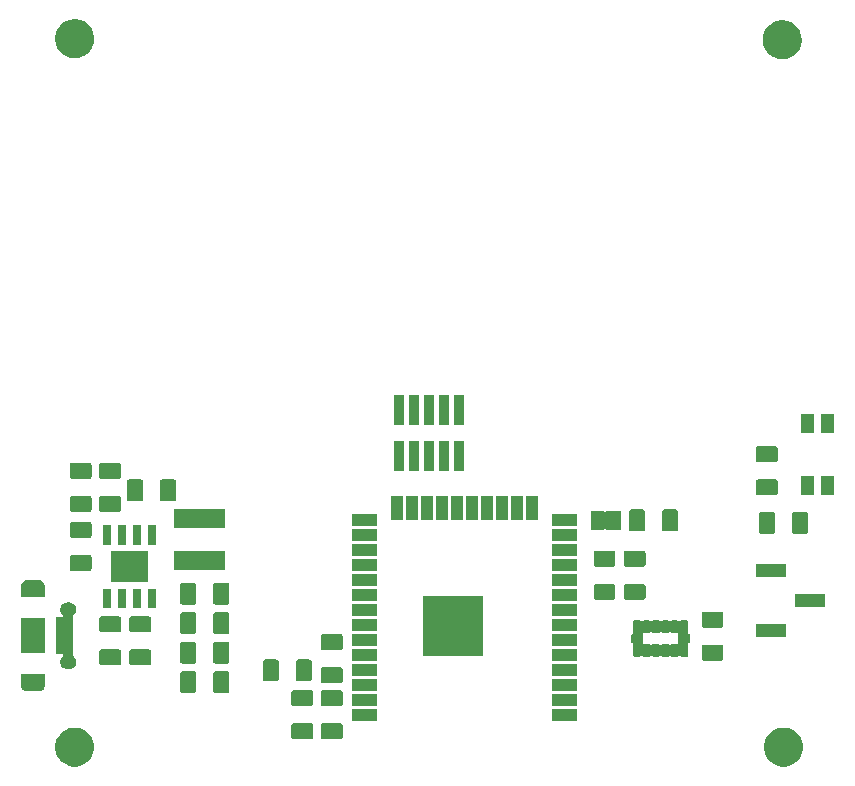
<source format=gbs>
G04 #@! TF.GenerationSoftware,KiCad,Pcbnew,5.1.6*
G04 #@! TF.CreationDate,2020-08-29T17:23:06+02:00*
G04 #@! TF.ProjectId,ESP32_lamp,45535033-325f-46c6-916d-702e6b696361,rev?*
G04 #@! TF.SameCoordinates,Original*
G04 #@! TF.FileFunction,Soldermask,Bot*
G04 #@! TF.FilePolarity,Negative*
%FSLAX46Y46*%
G04 Gerber Fmt 4.6, Leading zero omitted, Abs format (unit mm)*
G04 Created by KiCad (PCBNEW 5.1.6) date 2020-08-29 17:23:06*
%MOMM*%
%LPD*%
G01*
G04 APERTURE LIST*
%ADD10C,0.100000*%
G04 APERTURE END LIST*
D10*
G36*
X185375256Y-138391298D02*
G01*
X185481579Y-138412447D01*
X185782042Y-138536903D01*
X186052451Y-138717585D01*
X186282415Y-138947549D01*
X186463097Y-139217958D01*
X186587553Y-139518421D01*
X186651000Y-139837391D01*
X186651000Y-140162609D01*
X186587553Y-140481579D01*
X186463097Y-140782042D01*
X186282415Y-141052451D01*
X186052451Y-141282415D01*
X185782042Y-141463097D01*
X185481579Y-141587553D01*
X185375256Y-141608702D01*
X185162611Y-141651000D01*
X184837389Y-141651000D01*
X184624744Y-141608702D01*
X184518421Y-141587553D01*
X184217958Y-141463097D01*
X183947549Y-141282415D01*
X183717585Y-141052451D01*
X183536903Y-140782042D01*
X183412447Y-140481579D01*
X183349000Y-140162609D01*
X183349000Y-139837391D01*
X183412447Y-139518421D01*
X183536903Y-139217958D01*
X183717585Y-138947549D01*
X183947549Y-138717585D01*
X184217958Y-138536903D01*
X184518421Y-138412447D01*
X184624744Y-138391298D01*
X184837389Y-138349000D01*
X185162611Y-138349000D01*
X185375256Y-138391298D01*
G37*
G36*
X125375256Y-138391298D02*
G01*
X125481579Y-138412447D01*
X125782042Y-138536903D01*
X126052451Y-138717585D01*
X126282415Y-138947549D01*
X126463097Y-139217958D01*
X126587553Y-139518421D01*
X126651000Y-139837391D01*
X126651000Y-140162609D01*
X126587553Y-140481579D01*
X126463097Y-140782042D01*
X126282415Y-141052451D01*
X126052451Y-141282415D01*
X125782042Y-141463097D01*
X125481579Y-141587553D01*
X125375256Y-141608702D01*
X125162611Y-141651000D01*
X124837389Y-141651000D01*
X124624744Y-141608702D01*
X124518421Y-141587553D01*
X124217958Y-141463097D01*
X123947549Y-141282415D01*
X123717585Y-141052451D01*
X123536903Y-140782042D01*
X123412447Y-140481579D01*
X123349000Y-140162609D01*
X123349000Y-139837391D01*
X123412447Y-139518421D01*
X123536903Y-139217958D01*
X123717585Y-138947549D01*
X123947549Y-138717585D01*
X124217958Y-138536903D01*
X124518421Y-138412447D01*
X124624744Y-138391298D01*
X124837389Y-138349000D01*
X125162611Y-138349000D01*
X125375256Y-138391298D01*
G37*
G36*
X145018604Y-137978347D02*
G01*
X145055144Y-137989432D01*
X145088821Y-138007433D01*
X145118341Y-138031659D01*
X145142567Y-138061179D01*
X145160568Y-138094856D01*
X145171653Y-138131396D01*
X145176000Y-138175538D01*
X145176000Y-139124462D01*
X145171653Y-139168604D01*
X145160568Y-139205144D01*
X145142567Y-139238821D01*
X145118341Y-139268341D01*
X145088821Y-139292567D01*
X145055144Y-139310568D01*
X145018604Y-139321653D01*
X144974462Y-139326000D01*
X143525538Y-139326000D01*
X143481396Y-139321653D01*
X143444856Y-139310568D01*
X143411179Y-139292567D01*
X143381659Y-139268341D01*
X143357433Y-139238821D01*
X143339432Y-139205144D01*
X143328347Y-139168604D01*
X143324000Y-139124462D01*
X143324000Y-138175538D01*
X143328347Y-138131396D01*
X143339432Y-138094856D01*
X143357433Y-138061179D01*
X143381659Y-138031659D01*
X143411179Y-138007433D01*
X143444856Y-137989432D01*
X143481396Y-137978347D01*
X143525538Y-137974000D01*
X144974462Y-137974000D01*
X145018604Y-137978347D01*
G37*
G36*
X147518604Y-137978347D02*
G01*
X147555144Y-137989432D01*
X147588821Y-138007433D01*
X147618341Y-138031659D01*
X147642567Y-138061179D01*
X147660568Y-138094856D01*
X147671653Y-138131396D01*
X147676000Y-138175538D01*
X147676000Y-139124462D01*
X147671653Y-139168604D01*
X147660568Y-139205144D01*
X147642567Y-139238821D01*
X147618341Y-139268341D01*
X147588821Y-139292567D01*
X147555144Y-139310568D01*
X147518604Y-139321653D01*
X147474462Y-139326000D01*
X146025538Y-139326000D01*
X145981396Y-139321653D01*
X145944856Y-139310568D01*
X145911179Y-139292567D01*
X145881659Y-139268341D01*
X145857433Y-139238821D01*
X145839432Y-139205144D01*
X145828347Y-139168604D01*
X145824000Y-139124462D01*
X145824000Y-138175538D01*
X145828347Y-138131396D01*
X145839432Y-138094856D01*
X145857433Y-138061179D01*
X145881659Y-138031659D01*
X145911179Y-138007433D01*
X145944856Y-137989432D01*
X145981396Y-137978347D01*
X146025538Y-137974000D01*
X147474462Y-137974000D01*
X147518604Y-137978347D01*
G37*
G36*
X167551000Y-137756000D02*
G01*
X165449000Y-137756000D01*
X165449000Y-136754000D01*
X167551000Y-136754000D01*
X167551000Y-137756000D01*
G37*
G36*
X150551000Y-137756000D02*
G01*
X148449000Y-137756000D01*
X148449000Y-136754000D01*
X150551000Y-136754000D01*
X150551000Y-137756000D01*
G37*
G36*
X147518604Y-135178347D02*
G01*
X147555144Y-135189432D01*
X147588821Y-135207433D01*
X147618341Y-135231659D01*
X147642567Y-135261179D01*
X147660568Y-135294856D01*
X147671653Y-135331396D01*
X147676000Y-135375538D01*
X147676000Y-136324462D01*
X147671653Y-136368604D01*
X147660568Y-136405144D01*
X147642567Y-136438821D01*
X147618341Y-136468341D01*
X147588821Y-136492567D01*
X147555144Y-136510568D01*
X147518604Y-136521653D01*
X147474462Y-136526000D01*
X146025538Y-136526000D01*
X145981396Y-136521653D01*
X145944856Y-136510568D01*
X145911179Y-136492567D01*
X145881659Y-136468341D01*
X145857433Y-136438821D01*
X145839432Y-136405144D01*
X145828347Y-136368604D01*
X145824000Y-136324462D01*
X145824000Y-135375538D01*
X145828347Y-135331396D01*
X145839432Y-135294856D01*
X145857433Y-135261179D01*
X145881659Y-135231659D01*
X145911179Y-135207433D01*
X145944856Y-135189432D01*
X145981396Y-135178347D01*
X146025538Y-135174000D01*
X147474462Y-135174000D01*
X147518604Y-135178347D01*
G37*
G36*
X145018604Y-135178347D02*
G01*
X145055144Y-135189432D01*
X145088821Y-135207433D01*
X145118341Y-135231659D01*
X145142567Y-135261179D01*
X145160568Y-135294856D01*
X145171653Y-135331396D01*
X145176000Y-135375538D01*
X145176000Y-136324462D01*
X145171653Y-136368604D01*
X145160568Y-136405144D01*
X145142567Y-136438821D01*
X145118341Y-136468341D01*
X145088821Y-136492567D01*
X145055144Y-136510568D01*
X145018604Y-136521653D01*
X144974462Y-136526000D01*
X143525538Y-136526000D01*
X143481396Y-136521653D01*
X143444856Y-136510568D01*
X143411179Y-136492567D01*
X143381659Y-136468341D01*
X143357433Y-136438821D01*
X143339432Y-136405144D01*
X143328347Y-136368604D01*
X143324000Y-136324462D01*
X143324000Y-135375538D01*
X143328347Y-135331396D01*
X143339432Y-135294856D01*
X143357433Y-135261179D01*
X143381659Y-135231659D01*
X143411179Y-135207433D01*
X143444856Y-135189432D01*
X143481396Y-135178347D01*
X143525538Y-135174000D01*
X144974462Y-135174000D01*
X145018604Y-135178347D01*
G37*
G36*
X167551000Y-136486000D02*
G01*
X165449000Y-136486000D01*
X165449000Y-135484000D01*
X167551000Y-135484000D01*
X167551000Y-136486000D01*
G37*
G36*
X150551000Y-136486000D02*
G01*
X148449000Y-136486000D01*
X148449000Y-135484000D01*
X150551000Y-135484000D01*
X150551000Y-136486000D01*
G37*
G36*
X137918604Y-133578347D02*
G01*
X137955144Y-133589432D01*
X137988821Y-133607433D01*
X138018341Y-133631659D01*
X138042567Y-133661179D01*
X138060568Y-133694856D01*
X138071653Y-133731396D01*
X138076000Y-133775538D01*
X138076000Y-135224462D01*
X138071653Y-135268604D01*
X138060568Y-135305144D01*
X138042567Y-135338821D01*
X138018341Y-135368341D01*
X137988821Y-135392567D01*
X137955144Y-135410568D01*
X137918604Y-135421653D01*
X137874462Y-135426000D01*
X136925538Y-135426000D01*
X136881396Y-135421653D01*
X136844856Y-135410568D01*
X136811179Y-135392567D01*
X136781659Y-135368341D01*
X136757433Y-135338821D01*
X136739432Y-135305144D01*
X136728347Y-135268604D01*
X136724000Y-135224462D01*
X136724000Y-133775538D01*
X136728347Y-133731396D01*
X136739432Y-133694856D01*
X136757433Y-133661179D01*
X136781659Y-133631659D01*
X136811179Y-133607433D01*
X136844856Y-133589432D01*
X136881396Y-133578347D01*
X136925538Y-133574000D01*
X137874462Y-133574000D01*
X137918604Y-133578347D01*
G37*
G36*
X135118604Y-133578347D02*
G01*
X135155144Y-133589432D01*
X135188821Y-133607433D01*
X135218341Y-133631659D01*
X135242567Y-133661179D01*
X135260568Y-133694856D01*
X135271653Y-133731396D01*
X135276000Y-133775538D01*
X135276000Y-135224462D01*
X135271653Y-135268604D01*
X135260568Y-135305144D01*
X135242567Y-135338821D01*
X135218341Y-135368341D01*
X135188821Y-135392567D01*
X135155144Y-135410568D01*
X135118604Y-135421653D01*
X135074462Y-135426000D01*
X134125538Y-135426000D01*
X134081396Y-135421653D01*
X134044856Y-135410568D01*
X134011179Y-135392567D01*
X133981659Y-135368341D01*
X133957433Y-135338821D01*
X133939432Y-135305144D01*
X133928347Y-135268604D01*
X133924000Y-135224462D01*
X133924000Y-133775538D01*
X133928347Y-133731396D01*
X133939432Y-133694856D01*
X133957433Y-133661179D01*
X133981659Y-133631659D01*
X134011179Y-133607433D01*
X134044856Y-133589432D01*
X134081396Y-133578347D01*
X134125538Y-133574000D01*
X135074462Y-133574000D01*
X135118604Y-133578347D01*
G37*
G36*
X122451000Y-134691799D02*
G01*
X122451601Y-134704039D01*
X122453666Y-134725000D01*
X122451601Y-134745961D01*
X122451000Y-134758201D01*
X122451000Y-134829232D01*
X122449095Y-134831553D01*
X122433412Y-134864713D01*
X122411521Y-134936879D01*
X122393699Y-134970221D01*
X122360357Y-135032600D01*
X122291501Y-135116501D01*
X122207600Y-135185357D01*
X122143590Y-135219571D01*
X122111879Y-135236521D01*
X122008015Y-135268027D01*
X121927067Y-135276000D01*
X120972933Y-135276000D01*
X120891985Y-135268027D01*
X120788121Y-135236521D01*
X120756410Y-135219571D01*
X120692400Y-135185357D01*
X120608499Y-135116501D01*
X120539643Y-135032600D01*
X120506301Y-134970221D01*
X120488479Y-134936879D01*
X120466588Y-134864713D01*
X120457211Y-134842075D01*
X120449000Y-134829786D01*
X120449000Y-134758201D01*
X120448399Y-134745961D01*
X120446334Y-134725000D01*
X120448399Y-134704039D01*
X120449000Y-134691799D01*
X120449000Y-133799000D01*
X122451000Y-133799000D01*
X122451000Y-134691799D01*
G37*
G36*
X167551000Y-135216000D02*
G01*
X165449000Y-135216000D01*
X165449000Y-134214000D01*
X167551000Y-134214000D01*
X167551000Y-135216000D01*
G37*
G36*
X150551000Y-135216000D02*
G01*
X148449000Y-135216000D01*
X148449000Y-134214000D01*
X150551000Y-134214000D01*
X150551000Y-135216000D01*
G37*
G36*
X147518604Y-133228347D02*
G01*
X147555144Y-133239432D01*
X147588821Y-133257433D01*
X147618341Y-133281659D01*
X147642567Y-133311179D01*
X147660568Y-133344856D01*
X147671653Y-133381396D01*
X147676000Y-133425538D01*
X147676000Y-134374462D01*
X147671653Y-134418604D01*
X147660568Y-134455144D01*
X147642567Y-134488821D01*
X147618341Y-134518341D01*
X147588821Y-134542567D01*
X147555144Y-134560568D01*
X147518604Y-134571653D01*
X147474462Y-134576000D01*
X146025538Y-134576000D01*
X145981396Y-134571653D01*
X145944856Y-134560568D01*
X145911179Y-134542567D01*
X145881659Y-134518341D01*
X145857433Y-134488821D01*
X145839432Y-134455144D01*
X145828347Y-134418604D01*
X145824000Y-134374462D01*
X145824000Y-133425538D01*
X145828347Y-133381396D01*
X145839432Y-133344856D01*
X145857433Y-133311179D01*
X145881659Y-133281659D01*
X145911179Y-133257433D01*
X145944856Y-133239432D01*
X145981396Y-133228347D01*
X146025538Y-133224000D01*
X147474462Y-133224000D01*
X147518604Y-133228347D01*
G37*
G36*
X144918604Y-132578347D02*
G01*
X144955144Y-132589432D01*
X144988821Y-132607433D01*
X145018341Y-132631659D01*
X145042567Y-132661179D01*
X145060568Y-132694856D01*
X145071653Y-132731396D01*
X145076000Y-132775538D01*
X145076000Y-134224462D01*
X145071653Y-134268604D01*
X145060568Y-134305144D01*
X145042567Y-134338821D01*
X145018341Y-134368341D01*
X144988821Y-134392567D01*
X144955144Y-134410568D01*
X144918604Y-134421653D01*
X144874462Y-134426000D01*
X143925538Y-134426000D01*
X143881396Y-134421653D01*
X143844856Y-134410568D01*
X143811179Y-134392567D01*
X143781659Y-134368341D01*
X143757433Y-134338821D01*
X143739432Y-134305144D01*
X143728347Y-134268604D01*
X143724000Y-134224462D01*
X143724000Y-132775538D01*
X143728347Y-132731396D01*
X143739432Y-132694856D01*
X143757433Y-132661179D01*
X143781659Y-132631659D01*
X143811179Y-132607433D01*
X143844856Y-132589432D01*
X143881396Y-132578347D01*
X143925538Y-132574000D01*
X144874462Y-132574000D01*
X144918604Y-132578347D01*
G37*
G36*
X142118604Y-132578347D02*
G01*
X142155144Y-132589432D01*
X142188821Y-132607433D01*
X142218341Y-132631659D01*
X142242567Y-132661179D01*
X142260568Y-132694856D01*
X142271653Y-132731396D01*
X142276000Y-132775538D01*
X142276000Y-134224462D01*
X142271653Y-134268604D01*
X142260568Y-134305144D01*
X142242567Y-134338821D01*
X142218341Y-134368341D01*
X142188821Y-134392567D01*
X142155144Y-134410568D01*
X142118604Y-134421653D01*
X142074462Y-134426000D01*
X141125538Y-134426000D01*
X141081396Y-134421653D01*
X141044856Y-134410568D01*
X141011179Y-134392567D01*
X140981659Y-134368341D01*
X140957433Y-134338821D01*
X140939432Y-134305144D01*
X140928347Y-134268604D01*
X140924000Y-134224462D01*
X140924000Y-132775538D01*
X140928347Y-132731396D01*
X140939432Y-132694856D01*
X140957433Y-132661179D01*
X140981659Y-132631659D01*
X141011179Y-132607433D01*
X141044856Y-132589432D01*
X141081396Y-132578347D01*
X141125538Y-132574000D01*
X142074462Y-132574000D01*
X142118604Y-132578347D01*
G37*
G36*
X150551000Y-133946000D02*
G01*
X148449000Y-133946000D01*
X148449000Y-132944000D01*
X150551000Y-132944000D01*
X150551000Y-133946000D01*
G37*
G36*
X167551000Y-133946000D02*
G01*
X165449000Y-133946000D01*
X165449000Y-132944000D01*
X167551000Y-132944000D01*
X167551000Y-133946000D01*
G37*
G36*
X124662916Y-127757334D02*
G01*
X124771492Y-127790271D01*
X124771495Y-127790272D01*
X124799318Y-127805144D01*
X124871557Y-127843756D01*
X124959264Y-127915736D01*
X125031244Y-128003443D01*
X125065429Y-128067399D01*
X125084728Y-128103505D01*
X125084729Y-128103508D01*
X125117666Y-128212084D01*
X125128787Y-128325000D01*
X125117666Y-128437916D01*
X125085308Y-128544583D01*
X125084728Y-128546495D01*
X125078881Y-128557433D01*
X125031244Y-128646557D01*
X124959264Y-128734264D01*
X124896692Y-128785616D01*
X124879374Y-128802934D01*
X124865760Y-128823308D01*
X124856383Y-128845947D01*
X124851602Y-128869980D01*
X124851000Y-128882233D01*
X124851000Y-132217767D01*
X124853402Y-132242153D01*
X124860515Y-132265602D01*
X124872066Y-132287213D01*
X124887611Y-132306155D01*
X124896682Y-132314376D01*
X124959264Y-132365736D01*
X125031244Y-132453443D01*
X125060981Y-132509078D01*
X125084728Y-132553505D01*
X125084729Y-132553508D01*
X125117666Y-132662084D01*
X125128787Y-132775000D01*
X125117666Y-132887916D01*
X125097065Y-132955826D01*
X125084728Y-132996495D01*
X125073051Y-133018341D01*
X125031244Y-133096557D01*
X124959264Y-133184264D01*
X124871557Y-133256244D01*
X124824008Y-133281659D01*
X124771495Y-133309728D01*
X124771492Y-133309729D01*
X124662916Y-133342666D01*
X124578298Y-133351000D01*
X124321702Y-133351000D01*
X124237084Y-133342666D01*
X124128508Y-133309729D01*
X124128505Y-133309728D01*
X124075992Y-133281659D01*
X124028443Y-133256244D01*
X123940736Y-133184264D01*
X123868756Y-133096557D01*
X123826949Y-133018341D01*
X123815272Y-132996495D01*
X123802935Y-132955826D01*
X123782334Y-132887916D01*
X123771213Y-132775000D01*
X123782334Y-132662084D01*
X123815271Y-132553508D01*
X123815272Y-132553505D01*
X123839019Y-132509078D01*
X123868756Y-132453443D01*
X123940736Y-132365736D01*
X123993275Y-132322618D01*
X124010595Y-132305298D01*
X124024209Y-132284923D01*
X124033586Y-132262285D01*
X124038367Y-132238251D01*
X124038367Y-132213747D01*
X124033587Y-132189714D01*
X124024209Y-132167075D01*
X124010596Y-132146701D01*
X123993269Y-132129374D01*
X123972894Y-132115760D01*
X123950256Y-132106383D01*
X123926222Y-132101602D01*
X123913970Y-132101000D01*
X123399000Y-132101000D01*
X123399000Y-128999000D01*
X123913970Y-128999000D01*
X123938356Y-128996598D01*
X123961805Y-128989485D01*
X123983416Y-128977934D01*
X124002358Y-128962389D01*
X124017903Y-128943447D01*
X124029454Y-128921836D01*
X124036567Y-128898387D01*
X124038969Y-128874001D01*
X124036567Y-128849615D01*
X124029454Y-128826166D01*
X124017903Y-128804555D01*
X124002358Y-128785613D01*
X123993284Y-128777389D01*
X123940736Y-128734264D01*
X123868756Y-128646557D01*
X123821119Y-128557433D01*
X123815272Y-128546495D01*
X123814692Y-128544583D01*
X123782334Y-128437916D01*
X123771213Y-128325000D01*
X123782334Y-128212084D01*
X123815271Y-128103508D01*
X123815272Y-128103505D01*
X123834571Y-128067399D01*
X123868756Y-128003443D01*
X123940736Y-127915736D01*
X124028443Y-127843756D01*
X124100682Y-127805144D01*
X124128505Y-127790272D01*
X124128508Y-127790271D01*
X124237084Y-127757334D01*
X124321702Y-127749000D01*
X124578298Y-127749000D01*
X124662916Y-127757334D01*
G37*
G36*
X128768604Y-131728347D02*
G01*
X128805144Y-131739432D01*
X128838821Y-131757433D01*
X128868341Y-131781659D01*
X128892567Y-131811179D01*
X128910568Y-131844856D01*
X128921653Y-131881396D01*
X128926000Y-131925538D01*
X128926000Y-132874462D01*
X128921653Y-132918604D01*
X128910568Y-132955144D01*
X128892567Y-132988821D01*
X128868341Y-133018341D01*
X128838821Y-133042567D01*
X128805144Y-133060568D01*
X128768604Y-133071653D01*
X128724462Y-133076000D01*
X127275538Y-133076000D01*
X127231396Y-133071653D01*
X127194856Y-133060568D01*
X127161179Y-133042567D01*
X127131659Y-133018341D01*
X127107433Y-132988821D01*
X127089432Y-132955144D01*
X127078347Y-132918604D01*
X127074000Y-132874462D01*
X127074000Y-131925538D01*
X127078347Y-131881396D01*
X127089432Y-131844856D01*
X127107433Y-131811179D01*
X127131659Y-131781659D01*
X127161179Y-131757433D01*
X127194856Y-131739432D01*
X127231396Y-131728347D01*
X127275538Y-131724000D01*
X128724462Y-131724000D01*
X128768604Y-131728347D01*
G37*
G36*
X131318604Y-131728347D02*
G01*
X131355144Y-131739432D01*
X131388821Y-131757433D01*
X131418341Y-131781659D01*
X131442567Y-131811179D01*
X131460568Y-131844856D01*
X131471653Y-131881396D01*
X131476000Y-131925538D01*
X131476000Y-132874462D01*
X131471653Y-132918604D01*
X131460568Y-132955144D01*
X131442567Y-132988821D01*
X131418341Y-133018341D01*
X131388821Y-133042567D01*
X131355144Y-133060568D01*
X131318604Y-133071653D01*
X131274462Y-133076000D01*
X129825538Y-133076000D01*
X129781396Y-133071653D01*
X129744856Y-133060568D01*
X129711179Y-133042567D01*
X129681659Y-133018341D01*
X129657433Y-132988821D01*
X129639432Y-132955144D01*
X129628347Y-132918604D01*
X129624000Y-132874462D01*
X129624000Y-131925538D01*
X129628347Y-131881396D01*
X129639432Y-131844856D01*
X129657433Y-131811179D01*
X129681659Y-131781659D01*
X129711179Y-131757433D01*
X129744856Y-131739432D01*
X129781396Y-131728347D01*
X129825538Y-131724000D01*
X131274462Y-131724000D01*
X131318604Y-131728347D01*
G37*
G36*
X137918604Y-131078347D02*
G01*
X137955144Y-131089432D01*
X137988821Y-131107433D01*
X138018341Y-131131659D01*
X138042567Y-131161179D01*
X138060568Y-131194856D01*
X138071653Y-131231396D01*
X138076000Y-131275538D01*
X138076000Y-132724462D01*
X138071653Y-132768604D01*
X138060568Y-132805144D01*
X138042567Y-132838821D01*
X138018341Y-132868341D01*
X137988821Y-132892567D01*
X137955144Y-132910568D01*
X137918604Y-132921653D01*
X137874462Y-132926000D01*
X136925538Y-132926000D01*
X136881396Y-132921653D01*
X136844856Y-132910568D01*
X136811179Y-132892567D01*
X136781659Y-132868341D01*
X136757433Y-132838821D01*
X136739432Y-132805144D01*
X136728347Y-132768604D01*
X136724000Y-132724462D01*
X136724000Y-131275538D01*
X136728347Y-131231396D01*
X136739432Y-131194856D01*
X136757433Y-131161179D01*
X136781659Y-131131659D01*
X136811179Y-131107433D01*
X136844856Y-131089432D01*
X136881396Y-131078347D01*
X136925538Y-131074000D01*
X137874462Y-131074000D01*
X137918604Y-131078347D01*
G37*
G36*
X135118604Y-131078347D02*
G01*
X135155144Y-131089432D01*
X135188821Y-131107433D01*
X135218341Y-131131659D01*
X135242567Y-131161179D01*
X135260568Y-131194856D01*
X135271653Y-131231396D01*
X135276000Y-131275538D01*
X135276000Y-132724462D01*
X135271653Y-132768604D01*
X135260568Y-132805144D01*
X135242567Y-132838821D01*
X135218341Y-132868341D01*
X135188821Y-132892567D01*
X135155144Y-132910568D01*
X135118604Y-132921653D01*
X135074462Y-132926000D01*
X134125538Y-132926000D01*
X134081396Y-132921653D01*
X134044856Y-132910568D01*
X134011179Y-132892567D01*
X133981659Y-132868341D01*
X133957433Y-132838821D01*
X133939432Y-132805144D01*
X133928347Y-132768604D01*
X133924000Y-132724462D01*
X133924000Y-131275538D01*
X133928347Y-131231396D01*
X133939432Y-131194856D01*
X133957433Y-131161179D01*
X133981659Y-131131659D01*
X134011179Y-131107433D01*
X134044856Y-131089432D01*
X134081396Y-131078347D01*
X134125538Y-131074000D01*
X135074462Y-131074000D01*
X135118604Y-131078347D01*
G37*
G36*
X167551000Y-132676000D02*
G01*
X165449000Y-132676000D01*
X165449000Y-131674000D01*
X167551000Y-131674000D01*
X167551000Y-132676000D01*
G37*
G36*
X179768604Y-131328347D02*
G01*
X179805144Y-131339432D01*
X179838821Y-131357433D01*
X179868341Y-131381659D01*
X179892567Y-131411179D01*
X179910568Y-131444856D01*
X179921653Y-131481396D01*
X179926000Y-131525538D01*
X179926000Y-132474462D01*
X179921653Y-132518604D01*
X179910568Y-132555144D01*
X179892567Y-132588821D01*
X179868341Y-132618341D01*
X179838821Y-132642567D01*
X179805144Y-132660568D01*
X179768604Y-132671653D01*
X179724462Y-132676000D01*
X178275538Y-132676000D01*
X178231396Y-132671653D01*
X178194856Y-132660568D01*
X178161179Y-132642567D01*
X178131659Y-132618341D01*
X178107433Y-132588821D01*
X178089432Y-132555144D01*
X178078347Y-132518604D01*
X178074000Y-132474462D01*
X178074000Y-131525538D01*
X178078347Y-131481396D01*
X178089432Y-131444856D01*
X178107433Y-131411179D01*
X178131659Y-131381659D01*
X178161179Y-131357433D01*
X178194856Y-131339432D01*
X178231396Y-131328347D01*
X178275538Y-131324000D01*
X179724462Y-131324000D01*
X179768604Y-131328347D01*
G37*
G36*
X150551000Y-132676000D02*
G01*
X148449000Y-132676000D01*
X148449000Y-131674000D01*
X150551000Y-131674000D01*
X150551000Y-132676000D01*
G37*
G36*
X172859928Y-129276764D02*
G01*
X172881009Y-129283160D01*
X172900444Y-129293548D01*
X172920703Y-129310173D01*
X172941077Y-129323786D01*
X172963716Y-129333163D01*
X172987750Y-129337943D01*
X173012254Y-129337943D01*
X173036287Y-129333162D01*
X173058926Y-129323784D01*
X173079297Y-129310173D01*
X173099556Y-129293548D01*
X173118991Y-129283160D01*
X173140072Y-129276764D01*
X173168140Y-129274000D01*
X173631860Y-129274000D01*
X173659928Y-129276764D01*
X173681009Y-129283160D01*
X173700444Y-129293548D01*
X173720703Y-129310173D01*
X173741077Y-129323786D01*
X173763716Y-129333163D01*
X173787750Y-129337943D01*
X173812254Y-129337943D01*
X173836287Y-129333162D01*
X173858926Y-129323784D01*
X173879297Y-129310173D01*
X173899556Y-129293548D01*
X173918991Y-129283160D01*
X173940072Y-129276764D01*
X173968140Y-129274000D01*
X174431860Y-129274000D01*
X174459928Y-129276764D01*
X174481009Y-129283160D01*
X174500444Y-129293548D01*
X174520703Y-129310173D01*
X174541077Y-129323786D01*
X174563716Y-129333163D01*
X174587750Y-129337943D01*
X174612254Y-129337943D01*
X174636287Y-129333162D01*
X174658926Y-129323784D01*
X174679297Y-129310173D01*
X174699556Y-129293548D01*
X174718991Y-129283160D01*
X174740072Y-129276764D01*
X174768140Y-129274000D01*
X175231860Y-129274000D01*
X175259928Y-129276764D01*
X175281009Y-129283160D01*
X175300444Y-129293548D01*
X175320703Y-129310173D01*
X175341077Y-129323786D01*
X175363716Y-129333163D01*
X175387750Y-129337943D01*
X175412254Y-129337943D01*
X175436287Y-129333162D01*
X175458926Y-129323784D01*
X175479297Y-129310173D01*
X175499556Y-129293548D01*
X175518991Y-129283160D01*
X175540072Y-129276764D01*
X175568140Y-129274000D01*
X176031860Y-129274000D01*
X176059928Y-129276764D01*
X176081009Y-129283160D01*
X176100444Y-129293548D01*
X176120703Y-129310173D01*
X176141077Y-129323786D01*
X176163716Y-129333163D01*
X176187750Y-129337943D01*
X176212254Y-129337943D01*
X176236287Y-129333162D01*
X176258926Y-129323784D01*
X176279297Y-129310173D01*
X176299556Y-129293548D01*
X176318991Y-129283160D01*
X176340072Y-129276764D01*
X176368140Y-129274000D01*
X176831860Y-129274000D01*
X176859928Y-129276764D01*
X176881009Y-129283160D01*
X176900445Y-129293548D01*
X176917476Y-129307524D01*
X176931452Y-129324555D01*
X176941840Y-129343991D01*
X176948236Y-129365072D01*
X176951000Y-129393140D01*
X176951000Y-130206860D01*
X176948236Y-130234928D01*
X176941840Y-130256011D01*
X176935282Y-130268280D01*
X176925904Y-130290919D01*
X176921124Y-130314952D01*
X176921124Y-130339456D01*
X176925905Y-130363490D01*
X176935282Y-130386129D01*
X176948896Y-130406503D01*
X176966223Y-130423830D01*
X176986597Y-130437443D01*
X177009236Y-130446821D01*
X177033269Y-130451601D01*
X177034928Y-130451764D01*
X177056009Y-130458160D01*
X177075445Y-130468548D01*
X177092476Y-130482524D01*
X177106452Y-130499555D01*
X177116840Y-130518991D01*
X177123236Y-130540072D01*
X177126000Y-130568140D01*
X177126000Y-131031860D01*
X177123236Y-131059928D01*
X177116840Y-131081009D01*
X177106452Y-131100445D01*
X177092476Y-131117476D01*
X177075445Y-131131452D01*
X177056009Y-131141840D01*
X177034928Y-131148236D01*
X177033269Y-131148399D01*
X177009236Y-131153179D01*
X176986597Y-131162557D01*
X176966223Y-131176170D01*
X176948896Y-131193497D01*
X176935282Y-131213872D01*
X176925904Y-131236511D01*
X176921124Y-131260544D01*
X176921124Y-131285048D01*
X176925904Y-131309081D01*
X176935282Y-131331720D01*
X176941840Y-131343989D01*
X176948236Y-131365072D01*
X176951000Y-131393140D01*
X176951000Y-132206860D01*
X176948236Y-132234928D01*
X176941840Y-132256009D01*
X176931452Y-132275445D01*
X176917476Y-132292476D01*
X176900445Y-132306452D01*
X176881009Y-132316840D01*
X176859928Y-132323236D01*
X176831860Y-132326000D01*
X176368140Y-132326000D01*
X176340072Y-132323236D01*
X176318991Y-132316840D01*
X176299556Y-132306452D01*
X176279297Y-132289827D01*
X176258923Y-132276214D01*
X176236284Y-132266837D01*
X176212250Y-132262057D01*
X176187746Y-132262057D01*
X176163713Y-132266838D01*
X176141074Y-132276216D01*
X176120703Y-132289827D01*
X176100444Y-132306452D01*
X176081009Y-132316840D01*
X176059928Y-132323236D01*
X176031860Y-132326000D01*
X175568140Y-132326000D01*
X175540072Y-132323236D01*
X175518991Y-132316840D01*
X175499556Y-132306452D01*
X175479297Y-132289827D01*
X175458923Y-132276214D01*
X175436284Y-132266837D01*
X175412250Y-132262057D01*
X175387746Y-132262057D01*
X175363713Y-132266838D01*
X175341074Y-132276216D01*
X175320703Y-132289827D01*
X175300444Y-132306452D01*
X175281009Y-132316840D01*
X175259928Y-132323236D01*
X175231860Y-132326000D01*
X174768140Y-132326000D01*
X174740072Y-132323236D01*
X174718991Y-132316840D01*
X174699556Y-132306452D01*
X174679297Y-132289827D01*
X174658923Y-132276214D01*
X174636284Y-132266837D01*
X174612250Y-132262057D01*
X174587746Y-132262057D01*
X174563713Y-132266838D01*
X174541074Y-132276216D01*
X174520703Y-132289827D01*
X174500444Y-132306452D01*
X174481009Y-132316840D01*
X174459928Y-132323236D01*
X174431860Y-132326000D01*
X173968140Y-132326000D01*
X173940072Y-132323236D01*
X173918991Y-132316840D01*
X173899556Y-132306452D01*
X173879297Y-132289827D01*
X173858923Y-132276214D01*
X173836284Y-132266837D01*
X173812250Y-132262057D01*
X173787746Y-132262057D01*
X173763713Y-132266838D01*
X173741074Y-132276216D01*
X173720703Y-132289827D01*
X173700444Y-132306452D01*
X173681009Y-132316840D01*
X173659928Y-132323236D01*
X173631860Y-132326000D01*
X173168140Y-132326000D01*
X173140072Y-132323236D01*
X173118991Y-132316840D01*
X173099556Y-132306452D01*
X173079297Y-132289827D01*
X173058923Y-132276214D01*
X173036284Y-132266837D01*
X173012250Y-132262057D01*
X172987746Y-132262057D01*
X172963713Y-132266838D01*
X172941074Y-132276216D01*
X172920703Y-132289827D01*
X172900444Y-132306452D01*
X172881009Y-132316840D01*
X172859928Y-132323236D01*
X172831860Y-132326000D01*
X172368140Y-132326000D01*
X172340072Y-132323236D01*
X172318991Y-132316840D01*
X172299555Y-132306452D01*
X172282524Y-132292476D01*
X172268548Y-132275445D01*
X172258160Y-132256009D01*
X172251764Y-132234928D01*
X172249000Y-132206860D01*
X172249000Y-131393140D01*
X172251764Y-131365072D01*
X172258160Y-131343989D01*
X172264718Y-131331720D01*
X172274096Y-131309081D01*
X172278876Y-131285048D01*
X172278876Y-131260544D01*
X172274095Y-131236510D01*
X172264718Y-131213871D01*
X172251104Y-131193497D01*
X172233777Y-131176170D01*
X172213403Y-131162557D01*
X172190764Y-131153179D01*
X172166731Y-131148399D01*
X172165072Y-131148236D01*
X172143991Y-131141840D01*
X172124555Y-131131452D01*
X172107524Y-131117476D01*
X172093548Y-131100445D01*
X172083160Y-131081009D01*
X172076764Y-131059928D01*
X172074000Y-131031860D01*
X172074000Y-130568140D01*
X172076764Y-130540072D01*
X172083160Y-130518991D01*
X172093548Y-130499555D01*
X172107524Y-130482524D01*
X172124555Y-130468548D01*
X172143991Y-130458160D01*
X172165072Y-130451764D01*
X172166731Y-130451601D01*
X172169757Y-130450999D01*
X173097234Y-130450999D01*
X173099636Y-130475385D01*
X173111994Y-130509923D01*
X173116840Y-130518989D01*
X173123236Y-130540072D01*
X173126000Y-130568140D01*
X173126000Y-131031860D01*
X173123236Y-131059928D01*
X173116840Y-131081011D01*
X173111994Y-131090077D01*
X173102616Y-131112716D01*
X173097836Y-131136749D01*
X173097836Y-131161253D01*
X173102617Y-131185287D01*
X173111994Y-131207925D01*
X173125608Y-131228300D01*
X173142935Y-131245627D01*
X173163309Y-131259240D01*
X173185948Y-131268618D01*
X173222233Y-131274000D01*
X173631860Y-131274000D01*
X173659928Y-131276764D01*
X173681009Y-131283160D01*
X173700444Y-131293548D01*
X173720703Y-131310173D01*
X173741077Y-131323786D01*
X173763716Y-131333163D01*
X173787750Y-131337943D01*
X173812254Y-131337943D01*
X173836287Y-131333162D01*
X173858926Y-131323784D01*
X173879297Y-131310173D01*
X173899556Y-131293548D01*
X173918991Y-131283160D01*
X173940072Y-131276764D01*
X173968140Y-131274000D01*
X174431860Y-131274000D01*
X174459928Y-131276764D01*
X174481009Y-131283160D01*
X174500444Y-131293548D01*
X174520703Y-131310173D01*
X174541077Y-131323786D01*
X174563716Y-131333163D01*
X174587750Y-131337943D01*
X174612254Y-131337943D01*
X174636287Y-131333162D01*
X174658926Y-131323784D01*
X174679297Y-131310173D01*
X174699556Y-131293548D01*
X174718991Y-131283160D01*
X174740072Y-131276764D01*
X174768140Y-131274000D01*
X175231860Y-131274000D01*
X175259928Y-131276764D01*
X175281009Y-131283160D01*
X175300444Y-131293548D01*
X175320703Y-131310173D01*
X175341077Y-131323786D01*
X175363716Y-131333163D01*
X175387750Y-131337943D01*
X175412254Y-131337943D01*
X175436287Y-131333162D01*
X175458926Y-131323784D01*
X175479297Y-131310173D01*
X175499556Y-131293548D01*
X175518991Y-131283160D01*
X175540072Y-131276764D01*
X175568140Y-131274000D01*
X175977767Y-131274000D01*
X176002153Y-131271598D01*
X176025602Y-131264485D01*
X176047213Y-131252934D01*
X176066155Y-131237389D01*
X176081700Y-131218447D01*
X176093251Y-131196836D01*
X176100364Y-131173387D01*
X176102766Y-131149001D01*
X176100364Y-131124615D01*
X176088006Y-131090077D01*
X176083160Y-131081011D01*
X176076764Y-131059928D01*
X176074000Y-131031860D01*
X176074000Y-130568140D01*
X176076764Y-130540072D01*
X176083160Y-130518989D01*
X176088006Y-130509923D01*
X176097384Y-130487284D01*
X176102164Y-130463251D01*
X176102164Y-130438747D01*
X176097383Y-130414713D01*
X176088006Y-130392075D01*
X176074392Y-130371700D01*
X176057065Y-130354373D01*
X176036691Y-130340760D01*
X176014052Y-130331382D01*
X175977767Y-130326000D01*
X175568140Y-130326000D01*
X175540072Y-130323236D01*
X175518991Y-130316840D01*
X175499556Y-130306452D01*
X175479297Y-130289827D01*
X175458923Y-130276214D01*
X175436284Y-130266837D01*
X175412250Y-130262057D01*
X175387746Y-130262057D01*
X175363713Y-130266838D01*
X175341074Y-130276216D01*
X175320703Y-130289827D01*
X175300444Y-130306452D01*
X175281009Y-130316840D01*
X175259928Y-130323236D01*
X175231860Y-130326000D01*
X174768140Y-130326000D01*
X174740072Y-130323236D01*
X174718991Y-130316840D01*
X174699556Y-130306452D01*
X174679297Y-130289827D01*
X174658923Y-130276214D01*
X174636284Y-130266837D01*
X174612250Y-130262057D01*
X174587746Y-130262057D01*
X174563713Y-130266838D01*
X174541074Y-130276216D01*
X174520703Y-130289827D01*
X174500444Y-130306452D01*
X174481009Y-130316840D01*
X174459928Y-130323236D01*
X174431860Y-130326000D01*
X173968140Y-130326000D01*
X173940072Y-130323236D01*
X173918991Y-130316840D01*
X173899556Y-130306452D01*
X173879297Y-130289827D01*
X173858923Y-130276214D01*
X173836284Y-130266837D01*
X173812250Y-130262057D01*
X173787746Y-130262057D01*
X173763713Y-130266838D01*
X173741074Y-130276216D01*
X173720703Y-130289827D01*
X173700444Y-130306452D01*
X173681009Y-130316840D01*
X173659928Y-130323236D01*
X173631860Y-130326000D01*
X173222233Y-130326000D01*
X173197847Y-130328402D01*
X173174398Y-130335515D01*
X173152787Y-130347066D01*
X173133845Y-130362611D01*
X173118300Y-130381553D01*
X173106749Y-130403164D01*
X173099636Y-130426613D01*
X173097234Y-130450999D01*
X172169757Y-130450999D01*
X172190764Y-130446821D01*
X172213403Y-130437443D01*
X172233777Y-130423830D01*
X172251104Y-130406503D01*
X172264718Y-130386128D01*
X172274096Y-130363489D01*
X172278876Y-130339456D01*
X172278876Y-130314952D01*
X172274096Y-130290919D01*
X172264718Y-130268280D01*
X172258160Y-130256011D01*
X172251764Y-130234928D01*
X172249000Y-130206860D01*
X172249000Y-129393140D01*
X172251764Y-129365072D01*
X172258160Y-129343991D01*
X172268548Y-129324555D01*
X172282524Y-129307524D01*
X172299555Y-129293548D01*
X172318991Y-129283160D01*
X172340072Y-129276764D01*
X172368140Y-129274000D01*
X172831860Y-129274000D01*
X172859928Y-129276764D01*
G37*
G36*
X159551000Y-132306000D02*
G01*
X154449000Y-132306000D01*
X154449000Y-127204000D01*
X159551000Y-127204000D01*
X159551000Y-132306000D01*
G37*
G36*
X122451000Y-132051000D02*
G01*
X120449000Y-132051000D01*
X120449000Y-129049000D01*
X122451000Y-129049000D01*
X122451000Y-132051000D01*
G37*
G36*
X147518604Y-130428347D02*
G01*
X147555144Y-130439432D01*
X147588821Y-130457433D01*
X147618341Y-130481659D01*
X147642567Y-130511179D01*
X147660568Y-130544856D01*
X147671653Y-130581396D01*
X147676000Y-130625538D01*
X147676000Y-131574462D01*
X147671653Y-131618604D01*
X147660568Y-131655144D01*
X147642567Y-131688821D01*
X147618341Y-131718341D01*
X147588821Y-131742567D01*
X147555144Y-131760568D01*
X147518604Y-131771653D01*
X147474462Y-131776000D01*
X146025538Y-131776000D01*
X145981396Y-131771653D01*
X145944856Y-131760568D01*
X145911179Y-131742567D01*
X145881659Y-131718341D01*
X145857433Y-131688821D01*
X145839432Y-131655144D01*
X145828347Y-131618604D01*
X145824000Y-131574462D01*
X145824000Y-130625538D01*
X145828347Y-130581396D01*
X145839432Y-130544856D01*
X145857433Y-130511179D01*
X145881659Y-130481659D01*
X145911179Y-130457433D01*
X145944856Y-130439432D01*
X145981396Y-130428347D01*
X146025538Y-130424000D01*
X147474462Y-130424000D01*
X147518604Y-130428347D01*
G37*
G36*
X150551000Y-131406000D02*
G01*
X148449000Y-131406000D01*
X148449000Y-130404000D01*
X150551000Y-130404000D01*
X150551000Y-131406000D01*
G37*
G36*
X167551000Y-131406000D02*
G01*
X165449000Y-131406000D01*
X165449000Y-130404000D01*
X167551000Y-130404000D01*
X167551000Y-131406000D01*
G37*
G36*
X185251000Y-130691000D02*
G01*
X182639000Y-130691000D01*
X182639000Y-129589000D01*
X185251000Y-129589000D01*
X185251000Y-130691000D01*
G37*
G36*
X135118604Y-128578347D02*
G01*
X135155144Y-128589432D01*
X135188821Y-128607433D01*
X135218341Y-128631659D01*
X135242567Y-128661179D01*
X135260568Y-128694856D01*
X135271653Y-128731396D01*
X135276000Y-128775538D01*
X135276000Y-130224462D01*
X135271653Y-130268604D01*
X135260568Y-130305144D01*
X135242567Y-130338821D01*
X135218341Y-130368341D01*
X135188821Y-130392567D01*
X135155144Y-130410568D01*
X135118604Y-130421653D01*
X135074462Y-130426000D01*
X134125538Y-130426000D01*
X134081396Y-130421653D01*
X134044856Y-130410568D01*
X134011179Y-130392567D01*
X133981659Y-130368341D01*
X133957433Y-130338821D01*
X133939432Y-130305144D01*
X133928347Y-130268604D01*
X133924000Y-130224462D01*
X133924000Y-128775538D01*
X133928347Y-128731396D01*
X133939432Y-128694856D01*
X133957433Y-128661179D01*
X133981659Y-128631659D01*
X134011179Y-128607433D01*
X134044856Y-128589432D01*
X134081396Y-128578347D01*
X134125538Y-128574000D01*
X135074462Y-128574000D01*
X135118604Y-128578347D01*
G37*
G36*
X137918604Y-128578347D02*
G01*
X137955144Y-128589432D01*
X137988821Y-128607433D01*
X138018341Y-128631659D01*
X138042567Y-128661179D01*
X138060568Y-128694856D01*
X138071653Y-128731396D01*
X138076000Y-128775538D01*
X138076000Y-130224462D01*
X138071653Y-130268604D01*
X138060568Y-130305144D01*
X138042567Y-130338821D01*
X138018341Y-130368341D01*
X137988821Y-130392567D01*
X137955144Y-130410568D01*
X137918604Y-130421653D01*
X137874462Y-130426000D01*
X136925538Y-130426000D01*
X136881396Y-130421653D01*
X136844856Y-130410568D01*
X136811179Y-130392567D01*
X136781659Y-130368341D01*
X136757433Y-130338821D01*
X136739432Y-130305144D01*
X136728347Y-130268604D01*
X136724000Y-130224462D01*
X136724000Y-128775538D01*
X136728347Y-128731396D01*
X136739432Y-128694856D01*
X136757433Y-128661179D01*
X136781659Y-128631659D01*
X136811179Y-128607433D01*
X136844856Y-128589432D01*
X136881396Y-128578347D01*
X136925538Y-128574000D01*
X137874462Y-128574000D01*
X137918604Y-128578347D01*
G37*
G36*
X131318604Y-128928347D02*
G01*
X131355144Y-128939432D01*
X131388821Y-128957433D01*
X131418341Y-128981659D01*
X131442567Y-129011179D01*
X131460568Y-129044856D01*
X131471653Y-129081396D01*
X131476000Y-129125538D01*
X131476000Y-130074462D01*
X131471653Y-130118604D01*
X131460568Y-130155144D01*
X131442567Y-130188821D01*
X131418341Y-130218341D01*
X131388821Y-130242567D01*
X131355144Y-130260568D01*
X131318604Y-130271653D01*
X131274462Y-130276000D01*
X129825538Y-130276000D01*
X129781396Y-130271653D01*
X129744856Y-130260568D01*
X129711179Y-130242567D01*
X129681659Y-130218341D01*
X129657433Y-130188821D01*
X129639432Y-130155144D01*
X129628347Y-130118604D01*
X129624000Y-130074462D01*
X129624000Y-129125538D01*
X129628347Y-129081396D01*
X129639432Y-129044856D01*
X129657433Y-129011179D01*
X129681659Y-128981659D01*
X129711179Y-128957433D01*
X129744856Y-128939432D01*
X129781396Y-128928347D01*
X129825538Y-128924000D01*
X131274462Y-128924000D01*
X131318604Y-128928347D01*
G37*
G36*
X128768604Y-128928347D02*
G01*
X128805144Y-128939432D01*
X128838821Y-128957433D01*
X128868341Y-128981659D01*
X128892567Y-129011179D01*
X128910568Y-129044856D01*
X128921653Y-129081396D01*
X128926000Y-129125538D01*
X128926000Y-130074462D01*
X128921653Y-130118604D01*
X128910568Y-130155144D01*
X128892567Y-130188821D01*
X128868341Y-130218341D01*
X128838821Y-130242567D01*
X128805144Y-130260568D01*
X128768604Y-130271653D01*
X128724462Y-130276000D01*
X127275538Y-130276000D01*
X127231396Y-130271653D01*
X127194856Y-130260568D01*
X127161179Y-130242567D01*
X127131659Y-130218341D01*
X127107433Y-130188821D01*
X127089432Y-130155144D01*
X127078347Y-130118604D01*
X127074000Y-130074462D01*
X127074000Y-129125538D01*
X127078347Y-129081396D01*
X127089432Y-129044856D01*
X127107433Y-129011179D01*
X127131659Y-128981659D01*
X127161179Y-128957433D01*
X127194856Y-128939432D01*
X127231396Y-128928347D01*
X127275538Y-128924000D01*
X128724462Y-128924000D01*
X128768604Y-128928347D01*
G37*
G36*
X167551000Y-130136000D02*
G01*
X165449000Y-130136000D01*
X165449000Y-129134000D01*
X167551000Y-129134000D01*
X167551000Y-130136000D01*
G37*
G36*
X150551000Y-130136000D02*
G01*
X148449000Y-130136000D01*
X148449000Y-129134000D01*
X150551000Y-129134000D01*
X150551000Y-130136000D01*
G37*
G36*
X179768604Y-128528347D02*
G01*
X179805144Y-128539432D01*
X179838821Y-128557433D01*
X179868341Y-128581659D01*
X179892567Y-128611179D01*
X179910568Y-128644856D01*
X179921653Y-128681396D01*
X179926000Y-128725538D01*
X179926000Y-129674462D01*
X179921653Y-129718604D01*
X179910568Y-129755144D01*
X179892567Y-129788821D01*
X179868341Y-129818341D01*
X179838821Y-129842567D01*
X179805144Y-129860568D01*
X179768604Y-129871653D01*
X179724462Y-129876000D01*
X178275538Y-129876000D01*
X178231396Y-129871653D01*
X178194856Y-129860568D01*
X178161179Y-129842567D01*
X178131659Y-129818341D01*
X178107433Y-129788821D01*
X178089432Y-129755144D01*
X178078347Y-129718604D01*
X178074000Y-129674462D01*
X178074000Y-128725538D01*
X178078347Y-128681396D01*
X178089432Y-128644856D01*
X178107433Y-128611179D01*
X178131659Y-128581659D01*
X178161179Y-128557433D01*
X178194856Y-128539432D01*
X178231396Y-128528347D01*
X178275538Y-128524000D01*
X179724462Y-128524000D01*
X179768604Y-128528347D01*
G37*
G36*
X150551000Y-128866000D02*
G01*
X148449000Y-128866000D01*
X148449000Y-127864000D01*
X150551000Y-127864000D01*
X150551000Y-128866000D01*
G37*
G36*
X167551000Y-128866000D02*
G01*
X165449000Y-128866000D01*
X165449000Y-127864000D01*
X167551000Y-127864000D01*
X167551000Y-128866000D01*
G37*
G36*
X129346000Y-128246000D02*
G01*
X128644000Y-128246000D01*
X128644000Y-126594000D01*
X129346000Y-126594000D01*
X129346000Y-128246000D01*
G37*
G36*
X128076000Y-128246000D02*
G01*
X127374000Y-128246000D01*
X127374000Y-126594000D01*
X128076000Y-126594000D01*
X128076000Y-128246000D01*
G37*
G36*
X131886000Y-128246000D02*
G01*
X131184000Y-128246000D01*
X131184000Y-126594000D01*
X131886000Y-126594000D01*
X131886000Y-128246000D01*
G37*
G36*
X130616000Y-128246000D02*
G01*
X129914000Y-128246000D01*
X129914000Y-126594000D01*
X130616000Y-126594000D01*
X130616000Y-128246000D01*
G37*
G36*
X188561000Y-128151000D02*
G01*
X185949000Y-128151000D01*
X185949000Y-127049000D01*
X188561000Y-127049000D01*
X188561000Y-128151000D01*
G37*
G36*
X137918604Y-126078347D02*
G01*
X137955144Y-126089432D01*
X137988821Y-126107433D01*
X138018341Y-126131659D01*
X138042567Y-126161179D01*
X138060568Y-126194856D01*
X138071653Y-126231396D01*
X138076000Y-126275538D01*
X138076000Y-127724462D01*
X138071653Y-127768604D01*
X138060568Y-127805144D01*
X138042567Y-127838821D01*
X138018341Y-127868341D01*
X137988821Y-127892567D01*
X137955144Y-127910568D01*
X137918604Y-127921653D01*
X137874462Y-127926000D01*
X136925538Y-127926000D01*
X136881396Y-127921653D01*
X136844856Y-127910568D01*
X136811179Y-127892567D01*
X136781659Y-127868341D01*
X136757433Y-127838821D01*
X136739432Y-127805144D01*
X136728347Y-127768604D01*
X136724000Y-127724462D01*
X136724000Y-126275538D01*
X136728347Y-126231396D01*
X136739432Y-126194856D01*
X136757433Y-126161179D01*
X136781659Y-126131659D01*
X136811179Y-126107433D01*
X136844856Y-126089432D01*
X136881396Y-126078347D01*
X136925538Y-126074000D01*
X137874462Y-126074000D01*
X137918604Y-126078347D01*
G37*
G36*
X135118604Y-126078347D02*
G01*
X135155144Y-126089432D01*
X135188821Y-126107433D01*
X135218341Y-126131659D01*
X135242567Y-126161179D01*
X135260568Y-126194856D01*
X135271653Y-126231396D01*
X135276000Y-126275538D01*
X135276000Y-127724462D01*
X135271653Y-127768604D01*
X135260568Y-127805144D01*
X135242567Y-127838821D01*
X135218341Y-127868341D01*
X135188821Y-127892567D01*
X135155144Y-127910568D01*
X135118604Y-127921653D01*
X135074462Y-127926000D01*
X134125538Y-127926000D01*
X134081396Y-127921653D01*
X134044856Y-127910568D01*
X134011179Y-127892567D01*
X133981659Y-127868341D01*
X133957433Y-127838821D01*
X133939432Y-127805144D01*
X133928347Y-127768604D01*
X133924000Y-127724462D01*
X133924000Y-126275538D01*
X133928347Y-126231396D01*
X133939432Y-126194856D01*
X133957433Y-126161179D01*
X133981659Y-126131659D01*
X134011179Y-126107433D01*
X134044856Y-126089432D01*
X134081396Y-126078347D01*
X134125538Y-126074000D01*
X135074462Y-126074000D01*
X135118604Y-126078347D01*
G37*
G36*
X150551000Y-127596000D02*
G01*
X148449000Y-127596000D01*
X148449000Y-126594000D01*
X150551000Y-126594000D01*
X150551000Y-127596000D01*
G37*
G36*
X167551000Y-127596000D02*
G01*
X165449000Y-127596000D01*
X165449000Y-126594000D01*
X167551000Y-126594000D01*
X167551000Y-127596000D01*
G37*
G36*
X173168604Y-126178347D02*
G01*
X173205144Y-126189432D01*
X173238821Y-126207433D01*
X173268341Y-126231659D01*
X173292567Y-126261179D01*
X173310568Y-126294856D01*
X173321653Y-126331396D01*
X173326000Y-126375538D01*
X173326000Y-127324462D01*
X173321653Y-127368604D01*
X173310568Y-127405144D01*
X173292567Y-127438821D01*
X173268341Y-127468341D01*
X173238821Y-127492567D01*
X173205144Y-127510568D01*
X173168604Y-127521653D01*
X173124462Y-127526000D01*
X171675538Y-127526000D01*
X171631396Y-127521653D01*
X171594856Y-127510568D01*
X171561179Y-127492567D01*
X171531659Y-127468341D01*
X171507433Y-127438821D01*
X171489432Y-127405144D01*
X171478347Y-127368604D01*
X171474000Y-127324462D01*
X171474000Y-126375538D01*
X171478347Y-126331396D01*
X171489432Y-126294856D01*
X171507433Y-126261179D01*
X171531659Y-126231659D01*
X171561179Y-126207433D01*
X171594856Y-126189432D01*
X171631396Y-126178347D01*
X171675538Y-126174000D01*
X173124462Y-126174000D01*
X173168604Y-126178347D01*
G37*
G36*
X170618604Y-126178347D02*
G01*
X170655144Y-126189432D01*
X170688821Y-126207433D01*
X170718341Y-126231659D01*
X170742567Y-126261179D01*
X170760568Y-126294856D01*
X170771653Y-126331396D01*
X170776000Y-126375538D01*
X170776000Y-127324462D01*
X170771653Y-127368604D01*
X170760568Y-127405144D01*
X170742567Y-127438821D01*
X170718341Y-127468341D01*
X170688821Y-127492567D01*
X170655144Y-127510568D01*
X170618604Y-127521653D01*
X170574462Y-127526000D01*
X169125538Y-127526000D01*
X169081396Y-127521653D01*
X169044856Y-127510568D01*
X169011179Y-127492567D01*
X168981659Y-127468341D01*
X168957433Y-127438821D01*
X168939432Y-127405144D01*
X168928347Y-127368604D01*
X168924000Y-127324462D01*
X168924000Y-126375538D01*
X168928347Y-126331396D01*
X168939432Y-126294856D01*
X168957433Y-126261179D01*
X168981659Y-126231659D01*
X169011179Y-126207433D01*
X169044856Y-126189432D01*
X169081396Y-126178347D01*
X169125538Y-126174000D01*
X170574462Y-126174000D01*
X170618604Y-126178347D01*
G37*
G36*
X122008015Y-125831973D02*
G01*
X122111879Y-125863479D01*
X122139055Y-125878005D01*
X122207600Y-125914643D01*
X122291501Y-125983499D01*
X122360357Y-126067400D01*
X122372133Y-126089432D01*
X122411521Y-126163121D01*
X122416397Y-126179196D01*
X122433412Y-126235287D01*
X122442789Y-126257925D01*
X122451000Y-126270214D01*
X122451000Y-126341799D01*
X122451601Y-126354039D01*
X122453666Y-126375000D01*
X122451601Y-126395961D01*
X122451000Y-126408201D01*
X122451000Y-127301000D01*
X120449000Y-127301000D01*
X120449000Y-126408201D01*
X120448399Y-126395961D01*
X120446334Y-126375000D01*
X120448399Y-126354039D01*
X120449000Y-126341799D01*
X120449000Y-126270768D01*
X120450905Y-126268447D01*
X120466588Y-126235287D01*
X120483603Y-126179196D01*
X120488479Y-126163121D01*
X120527867Y-126089432D01*
X120539643Y-126067400D01*
X120608499Y-125983499D01*
X120692400Y-125914643D01*
X120760945Y-125878005D01*
X120788121Y-125863479D01*
X120891985Y-125831973D01*
X120972933Y-125824000D01*
X121927067Y-125824000D01*
X122008015Y-125831973D01*
G37*
G36*
X167551000Y-126326000D02*
G01*
X165449000Y-126326000D01*
X165449000Y-125324000D01*
X167551000Y-125324000D01*
X167551000Y-126326000D01*
G37*
G36*
X150551000Y-126326000D02*
G01*
X148449000Y-126326000D01*
X148449000Y-125324000D01*
X150551000Y-125324000D01*
X150551000Y-126326000D01*
G37*
G36*
X131180000Y-126020000D02*
G01*
X128080000Y-126020000D01*
X128080000Y-123420000D01*
X131180000Y-123420000D01*
X131180000Y-126020000D01*
G37*
G36*
X185251000Y-125611000D02*
G01*
X182639000Y-125611000D01*
X182639000Y-124509000D01*
X185251000Y-124509000D01*
X185251000Y-125611000D01*
G37*
G36*
X126268604Y-123728347D02*
G01*
X126305144Y-123739432D01*
X126338821Y-123757433D01*
X126368341Y-123781659D01*
X126392567Y-123811179D01*
X126410568Y-123844856D01*
X126421653Y-123881396D01*
X126426000Y-123925538D01*
X126426000Y-124874462D01*
X126421653Y-124918604D01*
X126410568Y-124955144D01*
X126392567Y-124988821D01*
X126368341Y-125018341D01*
X126338821Y-125042567D01*
X126305144Y-125060568D01*
X126268604Y-125071653D01*
X126224462Y-125076000D01*
X124775538Y-125076000D01*
X124731396Y-125071653D01*
X124694856Y-125060568D01*
X124661179Y-125042567D01*
X124631659Y-125018341D01*
X124607433Y-124988821D01*
X124589432Y-124955144D01*
X124578347Y-124918604D01*
X124574000Y-124874462D01*
X124574000Y-123925538D01*
X124578347Y-123881396D01*
X124589432Y-123844856D01*
X124607433Y-123811179D01*
X124631659Y-123781659D01*
X124661179Y-123757433D01*
X124694856Y-123739432D01*
X124731396Y-123728347D01*
X124775538Y-123724000D01*
X126224462Y-123724000D01*
X126268604Y-123728347D01*
G37*
G36*
X150551000Y-125056000D02*
G01*
X148449000Y-125056000D01*
X148449000Y-124054000D01*
X150551000Y-124054000D01*
X150551000Y-125056000D01*
G37*
G36*
X167551000Y-125056000D02*
G01*
X165449000Y-125056000D01*
X165449000Y-124054000D01*
X167551000Y-124054000D01*
X167551000Y-125056000D01*
G37*
G36*
X137681000Y-125021000D02*
G01*
X133379000Y-125021000D01*
X133379000Y-123419000D01*
X137681000Y-123419000D01*
X137681000Y-125021000D01*
G37*
G36*
X170618604Y-123378347D02*
G01*
X170655144Y-123389432D01*
X170688821Y-123407433D01*
X170718341Y-123431659D01*
X170742567Y-123461179D01*
X170760568Y-123494856D01*
X170771653Y-123531396D01*
X170776000Y-123575538D01*
X170776000Y-124524462D01*
X170771653Y-124568604D01*
X170760568Y-124605144D01*
X170742567Y-124638821D01*
X170718341Y-124668341D01*
X170688821Y-124692567D01*
X170655144Y-124710568D01*
X170618604Y-124721653D01*
X170574462Y-124726000D01*
X169125538Y-124726000D01*
X169081396Y-124721653D01*
X169044856Y-124710568D01*
X169011179Y-124692567D01*
X168981659Y-124668341D01*
X168957433Y-124638821D01*
X168939432Y-124605144D01*
X168928347Y-124568604D01*
X168924000Y-124524462D01*
X168924000Y-123575538D01*
X168928347Y-123531396D01*
X168939432Y-123494856D01*
X168957433Y-123461179D01*
X168981659Y-123431659D01*
X169011179Y-123407433D01*
X169044856Y-123389432D01*
X169081396Y-123378347D01*
X169125538Y-123374000D01*
X170574462Y-123374000D01*
X170618604Y-123378347D01*
G37*
G36*
X173168604Y-123378347D02*
G01*
X173205144Y-123389432D01*
X173238821Y-123407433D01*
X173268341Y-123431659D01*
X173292567Y-123461179D01*
X173310568Y-123494856D01*
X173321653Y-123531396D01*
X173326000Y-123575538D01*
X173326000Y-124524462D01*
X173321653Y-124568604D01*
X173310568Y-124605144D01*
X173292567Y-124638821D01*
X173268341Y-124668341D01*
X173238821Y-124692567D01*
X173205144Y-124710568D01*
X173168604Y-124721653D01*
X173124462Y-124726000D01*
X171675538Y-124726000D01*
X171631396Y-124721653D01*
X171594856Y-124710568D01*
X171561179Y-124692567D01*
X171531659Y-124668341D01*
X171507433Y-124638821D01*
X171489432Y-124605144D01*
X171478347Y-124568604D01*
X171474000Y-124524462D01*
X171474000Y-123575538D01*
X171478347Y-123531396D01*
X171489432Y-123494856D01*
X171507433Y-123461179D01*
X171531659Y-123431659D01*
X171561179Y-123407433D01*
X171594856Y-123389432D01*
X171631396Y-123378347D01*
X171675538Y-123374000D01*
X173124462Y-123374000D01*
X173168604Y-123378347D01*
G37*
G36*
X150551000Y-123786000D02*
G01*
X148449000Y-123786000D01*
X148449000Y-122784000D01*
X150551000Y-122784000D01*
X150551000Y-123786000D01*
G37*
G36*
X167551000Y-123786000D02*
G01*
X165449000Y-123786000D01*
X165449000Y-122784000D01*
X167551000Y-122784000D01*
X167551000Y-123786000D01*
G37*
G36*
X128076000Y-122846000D02*
G01*
X127374000Y-122846000D01*
X127374000Y-121194000D01*
X128076000Y-121194000D01*
X128076000Y-122846000D01*
G37*
G36*
X131886000Y-122846000D02*
G01*
X131184000Y-122846000D01*
X131184000Y-121194000D01*
X131886000Y-121194000D01*
X131886000Y-122846000D01*
G37*
G36*
X130616000Y-122846000D02*
G01*
X129914000Y-122846000D01*
X129914000Y-121194000D01*
X130616000Y-121194000D01*
X130616000Y-122846000D01*
G37*
G36*
X129346000Y-122846000D02*
G01*
X128644000Y-122846000D01*
X128644000Y-121194000D01*
X129346000Y-121194000D01*
X129346000Y-122846000D01*
G37*
G36*
X150551000Y-122516000D02*
G01*
X148449000Y-122516000D01*
X148449000Y-121514000D01*
X150551000Y-121514000D01*
X150551000Y-122516000D01*
G37*
G36*
X167551000Y-122516000D02*
G01*
X165449000Y-122516000D01*
X165449000Y-121514000D01*
X167551000Y-121514000D01*
X167551000Y-122516000D01*
G37*
G36*
X126268604Y-120928347D02*
G01*
X126305144Y-120939432D01*
X126338821Y-120957433D01*
X126368341Y-120981659D01*
X126392567Y-121011179D01*
X126410568Y-121044856D01*
X126421653Y-121081396D01*
X126426000Y-121125538D01*
X126426000Y-122074462D01*
X126421653Y-122118604D01*
X126410568Y-122155144D01*
X126392567Y-122188821D01*
X126368341Y-122218341D01*
X126338821Y-122242567D01*
X126305144Y-122260568D01*
X126268604Y-122271653D01*
X126224462Y-122276000D01*
X124775538Y-122276000D01*
X124731396Y-122271653D01*
X124694856Y-122260568D01*
X124661179Y-122242567D01*
X124631659Y-122218341D01*
X124607433Y-122188821D01*
X124589432Y-122155144D01*
X124578347Y-122118604D01*
X124574000Y-122074462D01*
X124574000Y-121125538D01*
X124578347Y-121081396D01*
X124589432Y-121044856D01*
X124607433Y-121011179D01*
X124631659Y-120981659D01*
X124661179Y-120957433D01*
X124694856Y-120939432D01*
X124731396Y-120928347D01*
X124775538Y-120924000D01*
X126224462Y-120924000D01*
X126268604Y-120928347D01*
G37*
G36*
X184118604Y-120078347D02*
G01*
X184155144Y-120089432D01*
X184188821Y-120107433D01*
X184218341Y-120131659D01*
X184242567Y-120161179D01*
X184260568Y-120194856D01*
X184271653Y-120231396D01*
X184276000Y-120275538D01*
X184276000Y-121724462D01*
X184271653Y-121768604D01*
X184260568Y-121805144D01*
X184242567Y-121838821D01*
X184218341Y-121868341D01*
X184188821Y-121892567D01*
X184155144Y-121910568D01*
X184118604Y-121921653D01*
X184074462Y-121926000D01*
X183125538Y-121926000D01*
X183081396Y-121921653D01*
X183044856Y-121910568D01*
X183011179Y-121892567D01*
X182981659Y-121868341D01*
X182957433Y-121838821D01*
X182939432Y-121805144D01*
X182928347Y-121768604D01*
X182924000Y-121724462D01*
X182924000Y-120275538D01*
X182928347Y-120231396D01*
X182939432Y-120194856D01*
X182957433Y-120161179D01*
X182981659Y-120131659D01*
X183011179Y-120107433D01*
X183044856Y-120089432D01*
X183081396Y-120078347D01*
X183125538Y-120074000D01*
X184074462Y-120074000D01*
X184118604Y-120078347D01*
G37*
G36*
X186918604Y-120078347D02*
G01*
X186955144Y-120089432D01*
X186988821Y-120107433D01*
X187018341Y-120131659D01*
X187042567Y-120161179D01*
X187060568Y-120194856D01*
X187071653Y-120231396D01*
X187076000Y-120275538D01*
X187076000Y-121724462D01*
X187071653Y-121768604D01*
X187060568Y-121805144D01*
X187042567Y-121838821D01*
X187018341Y-121868341D01*
X186988821Y-121892567D01*
X186955144Y-121910568D01*
X186918604Y-121921653D01*
X186874462Y-121926000D01*
X185925538Y-121926000D01*
X185881396Y-121921653D01*
X185844856Y-121910568D01*
X185811179Y-121892567D01*
X185781659Y-121868341D01*
X185757433Y-121838821D01*
X185739432Y-121805144D01*
X185728347Y-121768604D01*
X185724000Y-121724462D01*
X185724000Y-120275538D01*
X185728347Y-120231396D01*
X185739432Y-120194856D01*
X185757433Y-120161179D01*
X185781659Y-120131659D01*
X185811179Y-120107433D01*
X185844856Y-120089432D01*
X185881396Y-120078347D01*
X185925538Y-120074000D01*
X186874462Y-120074000D01*
X186918604Y-120078347D01*
G37*
G36*
X173118604Y-119878347D02*
G01*
X173155144Y-119889432D01*
X173188821Y-119907433D01*
X173218341Y-119931659D01*
X173242567Y-119961179D01*
X173260568Y-119994856D01*
X173271653Y-120031396D01*
X173276000Y-120075538D01*
X173276000Y-121524462D01*
X173271653Y-121568604D01*
X173260568Y-121605144D01*
X173242567Y-121638821D01*
X173218341Y-121668341D01*
X173188821Y-121692567D01*
X173155144Y-121710568D01*
X173118604Y-121721653D01*
X173074462Y-121726000D01*
X172125538Y-121726000D01*
X172081396Y-121721653D01*
X172044856Y-121710568D01*
X172011179Y-121692567D01*
X171981659Y-121668341D01*
X171957433Y-121638821D01*
X171939432Y-121605144D01*
X171928347Y-121568604D01*
X171924000Y-121524462D01*
X171924000Y-120075538D01*
X171928347Y-120031396D01*
X171939432Y-119994856D01*
X171957433Y-119961179D01*
X171981659Y-119931659D01*
X172011179Y-119907433D01*
X172044856Y-119889432D01*
X172081396Y-119878347D01*
X172125538Y-119874000D01*
X173074462Y-119874000D01*
X173118604Y-119878347D01*
G37*
G36*
X175918604Y-119878347D02*
G01*
X175955144Y-119889432D01*
X175988821Y-119907433D01*
X176018341Y-119931659D01*
X176042567Y-119961179D01*
X176060568Y-119994856D01*
X176071653Y-120031396D01*
X176076000Y-120075538D01*
X176076000Y-121524462D01*
X176071653Y-121568604D01*
X176060568Y-121605144D01*
X176042567Y-121638821D01*
X176018341Y-121668341D01*
X175988821Y-121692567D01*
X175955144Y-121710568D01*
X175918604Y-121721653D01*
X175874462Y-121726000D01*
X174925538Y-121726000D01*
X174881396Y-121721653D01*
X174844856Y-121710568D01*
X174811179Y-121692567D01*
X174781659Y-121668341D01*
X174757433Y-121638821D01*
X174739432Y-121605144D01*
X174728347Y-121568604D01*
X174724000Y-121524462D01*
X174724000Y-120075538D01*
X174728347Y-120031396D01*
X174739432Y-119994856D01*
X174757433Y-119961179D01*
X174781659Y-119931659D01*
X174811179Y-119907433D01*
X174844856Y-119889432D01*
X174881396Y-119878347D01*
X174925538Y-119874000D01*
X175874462Y-119874000D01*
X175918604Y-119878347D01*
G37*
G36*
X169784999Y-119999737D02*
G01*
X169794608Y-120002652D01*
X169803472Y-120007390D01*
X169811212Y-120013742D01*
X169811213Y-120013743D01*
X169811237Y-120013763D01*
X169817640Y-120021573D01*
X169817677Y-120021628D01*
X169825480Y-120031147D01*
X169825511Y-120031122D01*
X169836853Y-120044972D01*
X169855779Y-120060537D01*
X169877377Y-120072111D01*
X169900819Y-120079249D01*
X169925202Y-120081676D01*
X169949591Y-120079300D01*
X169973047Y-120072211D01*
X169994670Y-120060682D01*
X170013628Y-120045157D01*
X170029193Y-120026231D01*
X170031029Y-120023175D01*
X170032418Y-120021486D01*
X170032419Y-120021484D01*
X170038801Y-120013725D01*
X170046573Y-120007360D01*
X170046575Y-120007358D01*
X170055399Y-120002654D01*
X170055438Y-120002633D01*
X170065055Y-119999727D01*
X170065085Y-119999718D01*
X170081113Y-119998148D01*
X171218860Y-119998148D01*
X171234999Y-119999737D01*
X171244608Y-120002652D01*
X171253472Y-120007390D01*
X171261237Y-120013763D01*
X171267610Y-120021528D01*
X171272348Y-120030392D01*
X171275263Y-120040001D01*
X171276852Y-120056140D01*
X171276852Y-121543860D01*
X171275263Y-121559999D01*
X171272348Y-121569608D01*
X171267610Y-121578472D01*
X171261237Y-121586237D01*
X171253472Y-121592610D01*
X171244608Y-121597348D01*
X171234999Y-121600263D01*
X171218860Y-121601852D01*
X170081140Y-121601852D01*
X170065001Y-121600263D01*
X170055392Y-121597348D01*
X170046528Y-121592610D01*
X170038763Y-121586237D01*
X170028116Y-121573263D01*
X170021947Y-121564032D01*
X170004619Y-121546706D01*
X169984244Y-121533093D01*
X169961605Y-121523717D01*
X169937572Y-121518937D01*
X169913068Y-121518938D01*
X169889035Y-121523720D01*
X169866396Y-121533098D01*
X169846022Y-121546713D01*
X169828696Y-121564041D01*
X169821825Y-121573317D01*
X169817640Y-121578427D01*
X169811275Y-121586199D01*
X169803516Y-121592581D01*
X169794661Y-121597326D01*
X169791623Y-121598251D01*
X169785085Y-121600242D01*
X169785082Y-121600242D01*
X169785050Y-121600252D01*
X169775000Y-121601247D01*
X169774935Y-121601247D01*
X169768825Y-121601852D01*
X168781140Y-121601852D01*
X168765001Y-121600263D01*
X168755392Y-121597348D01*
X168746528Y-121592610D01*
X168738763Y-121586237D01*
X168732390Y-121578472D01*
X168727652Y-121569608D01*
X168724737Y-121559999D01*
X168723148Y-121543860D01*
X168723148Y-120056140D01*
X168724737Y-120040001D01*
X168727652Y-120030392D01*
X168732390Y-120021528D01*
X168738763Y-120013763D01*
X168746528Y-120007390D01*
X168755392Y-120002652D01*
X168765001Y-119999737D01*
X168781140Y-119998148D01*
X169768860Y-119998148D01*
X169784999Y-119999737D01*
G37*
G36*
X137681000Y-121421000D02*
G01*
X133379000Y-121421000D01*
X133379000Y-119819000D01*
X137681000Y-119819000D01*
X137681000Y-121421000D01*
G37*
G36*
X150551000Y-121246000D02*
G01*
X148449000Y-121246000D01*
X148449000Y-120244000D01*
X150551000Y-120244000D01*
X150551000Y-121246000D01*
G37*
G36*
X167551000Y-121246000D02*
G01*
X165449000Y-121246000D01*
X165449000Y-120244000D01*
X167551000Y-120244000D01*
X167551000Y-121246000D01*
G37*
G36*
X154056000Y-120796000D02*
G01*
X153054000Y-120796000D01*
X153054000Y-118694000D01*
X154056000Y-118694000D01*
X154056000Y-120796000D01*
G37*
G36*
X156596000Y-120796000D02*
G01*
X155594000Y-120796000D01*
X155594000Y-118694000D01*
X156596000Y-118694000D01*
X156596000Y-120796000D01*
G37*
G36*
X157866000Y-120796000D02*
G01*
X156864000Y-120796000D01*
X156864000Y-118694000D01*
X157866000Y-118694000D01*
X157866000Y-120796000D01*
G37*
G36*
X155326000Y-120796000D02*
G01*
X154324000Y-120796000D01*
X154324000Y-118694000D01*
X155326000Y-118694000D01*
X155326000Y-120796000D01*
G37*
G36*
X152786000Y-120796000D02*
G01*
X151784000Y-120796000D01*
X151784000Y-118694000D01*
X152786000Y-118694000D01*
X152786000Y-120796000D01*
G37*
G36*
X164216000Y-120796000D02*
G01*
X163214000Y-120796000D01*
X163214000Y-118694000D01*
X164216000Y-118694000D01*
X164216000Y-120796000D01*
G37*
G36*
X160406000Y-120796000D02*
G01*
X159404000Y-120796000D01*
X159404000Y-118694000D01*
X160406000Y-118694000D01*
X160406000Y-120796000D01*
G37*
G36*
X161676000Y-120796000D02*
G01*
X160674000Y-120796000D01*
X160674000Y-118694000D01*
X161676000Y-118694000D01*
X161676000Y-120796000D01*
G37*
G36*
X162946000Y-120796000D02*
G01*
X161944000Y-120796000D01*
X161944000Y-118694000D01*
X162946000Y-118694000D01*
X162946000Y-120796000D01*
G37*
G36*
X159136000Y-120796000D02*
G01*
X158134000Y-120796000D01*
X158134000Y-118694000D01*
X159136000Y-118694000D01*
X159136000Y-120796000D01*
G37*
G36*
X126268604Y-118728347D02*
G01*
X126305144Y-118739432D01*
X126338821Y-118757433D01*
X126368341Y-118781659D01*
X126392567Y-118811179D01*
X126410568Y-118844856D01*
X126421653Y-118881396D01*
X126426000Y-118925538D01*
X126426000Y-119874462D01*
X126421653Y-119918604D01*
X126410568Y-119955144D01*
X126392567Y-119988821D01*
X126368341Y-120018341D01*
X126338821Y-120042567D01*
X126305144Y-120060568D01*
X126268604Y-120071653D01*
X126224462Y-120076000D01*
X124775538Y-120076000D01*
X124731396Y-120071653D01*
X124694856Y-120060568D01*
X124661179Y-120042567D01*
X124631659Y-120018341D01*
X124607433Y-119988821D01*
X124589432Y-119955144D01*
X124578347Y-119918604D01*
X124574000Y-119874462D01*
X124574000Y-118925538D01*
X124578347Y-118881396D01*
X124589432Y-118844856D01*
X124607433Y-118811179D01*
X124631659Y-118781659D01*
X124661179Y-118757433D01*
X124694856Y-118739432D01*
X124731396Y-118728347D01*
X124775538Y-118724000D01*
X126224462Y-118724000D01*
X126268604Y-118728347D01*
G37*
G36*
X128768604Y-118728347D02*
G01*
X128805144Y-118739432D01*
X128838821Y-118757433D01*
X128868341Y-118781659D01*
X128892567Y-118811179D01*
X128910568Y-118844856D01*
X128921653Y-118881396D01*
X128926000Y-118925538D01*
X128926000Y-119874462D01*
X128921653Y-119918604D01*
X128910568Y-119955144D01*
X128892567Y-119988821D01*
X128868341Y-120018341D01*
X128838821Y-120042567D01*
X128805144Y-120060568D01*
X128768604Y-120071653D01*
X128724462Y-120076000D01*
X127275538Y-120076000D01*
X127231396Y-120071653D01*
X127194856Y-120060568D01*
X127161179Y-120042567D01*
X127131659Y-120018341D01*
X127107433Y-119988821D01*
X127089432Y-119955144D01*
X127078347Y-119918604D01*
X127074000Y-119874462D01*
X127074000Y-118925538D01*
X127078347Y-118881396D01*
X127089432Y-118844856D01*
X127107433Y-118811179D01*
X127131659Y-118781659D01*
X127161179Y-118757433D01*
X127194856Y-118739432D01*
X127231396Y-118728347D01*
X127275538Y-118724000D01*
X128724462Y-118724000D01*
X128768604Y-118728347D01*
G37*
G36*
X133418604Y-117328347D02*
G01*
X133455144Y-117339432D01*
X133488821Y-117357433D01*
X133518341Y-117381659D01*
X133542567Y-117411179D01*
X133560568Y-117444856D01*
X133571653Y-117481396D01*
X133576000Y-117525538D01*
X133576000Y-118974462D01*
X133571653Y-119018604D01*
X133560568Y-119055144D01*
X133542567Y-119088821D01*
X133518341Y-119118341D01*
X133488821Y-119142567D01*
X133455144Y-119160568D01*
X133418604Y-119171653D01*
X133374462Y-119176000D01*
X132425538Y-119176000D01*
X132381396Y-119171653D01*
X132344856Y-119160568D01*
X132311179Y-119142567D01*
X132281659Y-119118341D01*
X132257433Y-119088821D01*
X132239432Y-119055144D01*
X132228347Y-119018604D01*
X132224000Y-118974462D01*
X132224000Y-117525538D01*
X132228347Y-117481396D01*
X132239432Y-117444856D01*
X132257433Y-117411179D01*
X132281659Y-117381659D01*
X132311179Y-117357433D01*
X132344856Y-117339432D01*
X132381396Y-117328347D01*
X132425538Y-117324000D01*
X133374462Y-117324000D01*
X133418604Y-117328347D01*
G37*
G36*
X130618604Y-117328347D02*
G01*
X130655144Y-117339432D01*
X130688821Y-117357433D01*
X130718341Y-117381659D01*
X130742567Y-117411179D01*
X130760568Y-117444856D01*
X130771653Y-117481396D01*
X130776000Y-117525538D01*
X130776000Y-118974462D01*
X130771653Y-119018604D01*
X130760568Y-119055144D01*
X130742567Y-119088821D01*
X130718341Y-119118341D01*
X130688821Y-119142567D01*
X130655144Y-119160568D01*
X130618604Y-119171653D01*
X130574462Y-119176000D01*
X129625538Y-119176000D01*
X129581396Y-119171653D01*
X129544856Y-119160568D01*
X129511179Y-119142567D01*
X129481659Y-119118341D01*
X129457433Y-119088821D01*
X129439432Y-119055144D01*
X129428347Y-119018604D01*
X129424000Y-118974462D01*
X129424000Y-117525538D01*
X129428347Y-117481396D01*
X129439432Y-117444856D01*
X129457433Y-117411179D01*
X129481659Y-117381659D01*
X129511179Y-117357433D01*
X129544856Y-117339432D01*
X129581396Y-117328347D01*
X129625538Y-117324000D01*
X130574462Y-117324000D01*
X130618604Y-117328347D01*
G37*
G36*
X184368604Y-117328347D02*
G01*
X184405144Y-117339432D01*
X184438821Y-117357433D01*
X184468341Y-117381659D01*
X184492567Y-117411179D01*
X184510568Y-117444856D01*
X184521653Y-117481396D01*
X184526000Y-117525538D01*
X184526000Y-118474462D01*
X184521653Y-118518604D01*
X184510568Y-118555144D01*
X184492567Y-118588821D01*
X184468341Y-118618341D01*
X184438821Y-118642567D01*
X184405144Y-118660568D01*
X184368604Y-118671653D01*
X184324462Y-118676000D01*
X182875538Y-118676000D01*
X182831396Y-118671653D01*
X182794856Y-118660568D01*
X182761179Y-118642567D01*
X182731659Y-118618341D01*
X182707433Y-118588821D01*
X182689432Y-118555144D01*
X182678347Y-118518604D01*
X182674000Y-118474462D01*
X182674000Y-117525538D01*
X182678347Y-117481396D01*
X182689432Y-117444856D01*
X182707433Y-117411179D01*
X182731659Y-117381659D01*
X182761179Y-117357433D01*
X182794856Y-117339432D01*
X182831396Y-117328347D01*
X182875538Y-117324000D01*
X184324462Y-117324000D01*
X184368604Y-117328347D01*
G37*
G36*
X189301000Y-118651000D02*
G01*
X188199000Y-118651000D01*
X188199000Y-116999000D01*
X189301000Y-116999000D01*
X189301000Y-118651000D01*
G37*
G36*
X187601000Y-118651000D02*
G01*
X186499000Y-118651000D01*
X186499000Y-116999000D01*
X187601000Y-116999000D01*
X187601000Y-118651000D01*
G37*
G36*
X126268604Y-115928347D02*
G01*
X126305144Y-115939432D01*
X126338821Y-115957433D01*
X126368341Y-115981659D01*
X126392567Y-116011179D01*
X126410568Y-116044856D01*
X126421653Y-116081396D01*
X126426000Y-116125538D01*
X126426000Y-117074462D01*
X126421653Y-117118604D01*
X126410568Y-117155144D01*
X126392567Y-117188821D01*
X126368341Y-117218341D01*
X126338821Y-117242567D01*
X126305144Y-117260568D01*
X126268604Y-117271653D01*
X126224462Y-117276000D01*
X124775538Y-117276000D01*
X124731396Y-117271653D01*
X124694856Y-117260568D01*
X124661179Y-117242567D01*
X124631659Y-117218341D01*
X124607433Y-117188821D01*
X124589432Y-117155144D01*
X124578347Y-117118604D01*
X124574000Y-117074462D01*
X124574000Y-116125538D01*
X124578347Y-116081396D01*
X124589432Y-116044856D01*
X124607433Y-116011179D01*
X124631659Y-115981659D01*
X124661179Y-115957433D01*
X124694856Y-115939432D01*
X124731396Y-115928347D01*
X124775538Y-115924000D01*
X126224462Y-115924000D01*
X126268604Y-115928347D01*
G37*
G36*
X128768604Y-115928347D02*
G01*
X128805144Y-115939432D01*
X128838821Y-115957433D01*
X128868341Y-115981659D01*
X128892567Y-116011179D01*
X128910568Y-116044856D01*
X128921653Y-116081396D01*
X128926000Y-116125538D01*
X128926000Y-117074462D01*
X128921653Y-117118604D01*
X128910568Y-117155144D01*
X128892567Y-117188821D01*
X128868341Y-117218341D01*
X128838821Y-117242567D01*
X128805144Y-117260568D01*
X128768604Y-117271653D01*
X128724462Y-117276000D01*
X127275538Y-117276000D01*
X127231396Y-117271653D01*
X127194856Y-117260568D01*
X127161179Y-117242567D01*
X127131659Y-117218341D01*
X127107433Y-117188821D01*
X127089432Y-117155144D01*
X127078347Y-117118604D01*
X127074000Y-117074462D01*
X127074000Y-116125538D01*
X127078347Y-116081396D01*
X127089432Y-116044856D01*
X127107433Y-116011179D01*
X127131659Y-115981659D01*
X127161179Y-115957433D01*
X127194856Y-115939432D01*
X127231396Y-115928347D01*
X127275538Y-115924000D01*
X128724462Y-115924000D01*
X128768604Y-115928347D01*
G37*
G36*
X152881000Y-116601000D02*
G01*
X152039000Y-116601000D01*
X152039000Y-114099000D01*
X152881000Y-114099000D01*
X152881000Y-116601000D01*
G37*
G36*
X157961000Y-116601000D02*
G01*
X157119000Y-116601000D01*
X157119000Y-114099000D01*
X157961000Y-114099000D01*
X157961000Y-116601000D01*
G37*
G36*
X156691000Y-116601000D02*
G01*
X155849000Y-116601000D01*
X155849000Y-114099000D01*
X156691000Y-114099000D01*
X156691000Y-116601000D01*
G37*
G36*
X155421000Y-116601000D02*
G01*
X154579000Y-116601000D01*
X154579000Y-114099000D01*
X155421000Y-114099000D01*
X155421000Y-116601000D01*
G37*
G36*
X154151000Y-116601000D02*
G01*
X153309000Y-116601000D01*
X153309000Y-114099000D01*
X154151000Y-114099000D01*
X154151000Y-116601000D01*
G37*
G36*
X184368604Y-114528347D02*
G01*
X184405144Y-114539432D01*
X184438821Y-114557433D01*
X184468341Y-114581659D01*
X184492567Y-114611179D01*
X184510568Y-114644856D01*
X184521653Y-114681396D01*
X184526000Y-114725538D01*
X184526000Y-115674462D01*
X184521653Y-115718604D01*
X184510568Y-115755144D01*
X184492567Y-115788821D01*
X184468341Y-115818341D01*
X184438821Y-115842567D01*
X184405144Y-115860568D01*
X184368604Y-115871653D01*
X184324462Y-115876000D01*
X182875538Y-115876000D01*
X182831396Y-115871653D01*
X182794856Y-115860568D01*
X182761179Y-115842567D01*
X182731659Y-115818341D01*
X182707433Y-115788821D01*
X182689432Y-115755144D01*
X182678347Y-115718604D01*
X182674000Y-115674462D01*
X182674000Y-114725538D01*
X182678347Y-114681396D01*
X182689432Y-114644856D01*
X182707433Y-114611179D01*
X182731659Y-114581659D01*
X182761179Y-114557433D01*
X182794856Y-114539432D01*
X182831396Y-114528347D01*
X182875538Y-114524000D01*
X184324462Y-114524000D01*
X184368604Y-114528347D01*
G37*
G36*
X187601000Y-113401000D02*
G01*
X186499000Y-113401000D01*
X186499000Y-111749000D01*
X187601000Y-111749000D01*
X187601000Y-113401000D01*
G37*
G36*
X189301000Y-113401000D02*
G01*
X188199000Y-113401000D01*
X188199000Y-111749000D01*
X189301000Y-111749000D01*
X189301000Y-113401000D01*
G37*
G36*
X154151000Y-112701000D02*
G01*
X153309000Y-112701000D01*
X153309000Y-110199000D01*
X154151000Y-110199000D01*
X154151000Y-112701000D01*
G37*
G36*
X155421000Y-112701000D02*
G01*
X154579000Y-112701000D01*
X154579000Y-110199000D01*
X155421000Y-110199000D01*
X155421000Y-112701000D01*
G37*
G36*
X156691000Y-112701000D02*
G01*
X155849000Y-112701000D01*
X155849000Y-110199000D01*
X156691000Y-110199000D01*
X156691000Y-112701000D01*
G37*
G36*
X157961000Y-112701000D02*
G01*
X157119000Y-112701000D01*
X157119000Y-110199000D01*
X157961000Y-110199000D01*
X157961000Y-112701000D01*
G37*
G36*
X152881000Y-112701000D02*
G01*
X152039000Y-112701000D01*
X152039000Y-110199000D01*
X152881000Y-110199000D01*
X152881000Y-112701000D01*
G37*
G36*
X185275256Y-78491298D02*
G01*
X185381579Y-78512447D01*
X185682042Y-78636903D01*
X185952451Y-78817585D01*
X186182415Y-79047549D01*
X186363097Y-79317958D01*
X186446132Y-79518421D01*
X186487553Y-79618422D01*
X186531109Y-79837389D01*
X186551000Y-79937391D01*
X186551000Y-80262609D01*
X186487553Y-80581579D01*
X186363097Y-80882042D01*
X186182415Y-81152451D01*
X185952451Y-81382415D01*
X185682042Y-81563097D01*
X185381579Y-81687553D01*
X185275256Y-81708702D01*
X185062611Y-81751000D01*
X184737389Y-81751000D01*
X184524744Y-81708702D01*
X184418421Y-81687553D01*
X184117958Y-81563097D01*
X183847549Y-81382415D01*
X183617585Y-81152451D01*
X183436903Y-80882042D01*
X183312447Y-80581579D01*
X183249000Y-80262609D01*
X183249000Y-79937391D01*
X183268892Y-79837389D01*
X183312447Y-79618422D01*
X183353869Y-79518421D01*
X183436903Y-79317958D01*
X183617585Y-79047549D01*
X183847549Y-78817585D01*
X184117958Y-78636903D01*
X184418421Y-78512447D01*
X184524744Y-78491298D01*
X184737389Y-78449000D01*
X185062611Y-78449000D01*
X185275256Y-78491298D01*
G37*
G36*
X125375256Y-78391298D02*
G01*
X125481579Y-78412447D01*
X125782042Y-78536903D01*
X126052451Y-78717585D01*
X126282415Y-78947549D01*
X126282416Y-78947551D01*
X126463098Y-79217960D01*
X126587553Y-79518422D01*
X126651000Y-79837389D01*
X126651000Y-80162611D01*
X126608702Y-80375256D01*
X126587553Y-80481579D01*
X126463097Y-80782042D01*
X126282415Y-81052451D01*
X126052451Y-81282415D01*
X125782042Y-81463097D01*
X125481579Y-81587553D01*
X125375256Y-81608702D01*
X125162611Y-81651000D01*
X124837389Y-81651000D01*
X124624744Y-81608702D01*
X124518421Y-81587553D01*
X124217958Y-81463097D01*
X123947549Y-81282415D01*
X123717585Y-81052451D01*
X123536903Y-80782042D01*
X123412447Y-80481579D01*
X123391298Y-80375256D01*
X123349000Y-80162611D01*
X123349000Y-79837389D01*
X123412447Y-79518422D01*
X123536902Y-79217960D01*
X123717584Y-78947551D01*
X123717585Y-78947549D01*
X123947549Y-78717585D01*
X124217958Y-78536903D01*
X124518421Y-78412447D01*
X124624744Y-78391298D01*
X124837389Y-78349000D01*
X125162611Y-78349000D01*
X125375256Y-78391298D01*
G37*
M02*

</source>
